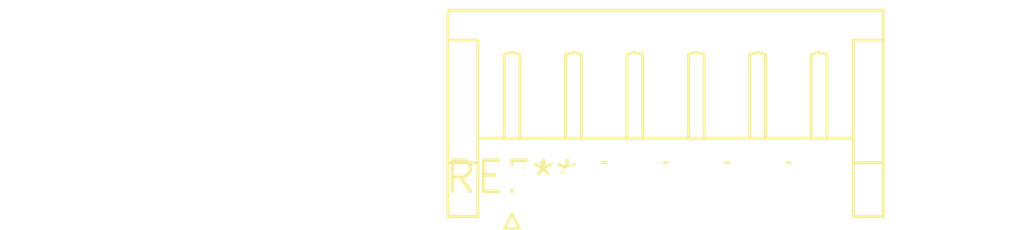
<source format=kicad_pcb>
(kicad_pcb (version 20240108) (generator pcbnew)
  (layers (0 "F.Cu" signal) (31 "B.Cu" signal) (34 "B.Paste" user) (35 "F.Paste" user) (36 "B.SilkS" user "B.Silkscreen") (37 "F.SilkS" user "F.Silkscreen") (38 "B.Mask" user) (39 "F.Mask" user) (44 "Edge.Cuts" user))
  (net 0 "")
  (footprint "JST_EH_S6B-EH_1x06_P2.50mm_Horizontal" (layer "F.Cu") (at 0 0)
    (property "Reference" "REF**")
    (property "Value" "JST_EH_S6B-EH_1x06_P2.50mm_Horizontal")
    (fp_line (start -2.61 -6.81) (end 15.11 -6.81) (layer "F.SilkS") (stroke (width 0.12)))
    (fp_line (start -2.61 -5.59) (end -1.39 -5.59) (layer "F.SilkS") (stroke (width 0.12)))
    (fp_line (start -2.61 1.61) (end -2.61 -6.81) (layer "F.SilkS") (stroke (width 0.12)))
    (fp_line (start -1.39 -5.59) (end -1.39 -0.59) (layer "F.SilkS") (stroke (width 0.12)))
    (fp_line (start -1.39 -1.59) (end 13.89 -1.59) (layer "F.SilkS") (stroke (width 0.12)))
    (fp_line (start -1.39 -0.59) (end -2.61 -0.59) (layer "F.SilkS") (stroke (width 0.12)))
    (fp_line (start -1.39 -0.59) (end -1.39 1.61) (layer "F.SilkS") (stroke (width 0.12)))
    (fp_line (start -1.39 1.61) (end -2.61 1.61) (layer "F.SilkS") (stroke (width 0.12)))
    (fp_line (start -0.32 -5.01) (end 0 -5.09) (layer "F.SilkS") (stroke (width 0.12)))
    (fp_line (start -0.32 -1.59) (end -0.32 -5.01) (layer "F.SilkS") (stroke (width 0.12)))
    (fp_line (start -0.3 2.1) (end 0.3 2.1) (layer "F.SilkS") (stroke (width 0.12)))
    (fp_line (start 0 -5.09) (end 0.32 -5.01) (layer "F.SilkS") (stroke (width 0.12)))
    (fp_line (start 0 -1.59) (end -0.32 -1.59) (layer "F.SilkS") (stroke (width 0.12)))
    (fp_line (start 0 1.5) (end -0.3 2.1) (layer "F.SilkS") (stroke (width 0.12)))
    (fp_line (start 0.3 2.1) (end 0 1.5) (layer "F.SilkS") (stroke (width 0.12)))
    (fp_line (start 0.32 -5.01) (end 0.32 -1.59) (layer "F.SilkS") (stroke (width 0.12)))
    (fp_line (start 0.32 -1.59) (end 0 -1.59) (layer "F.SilkS") (stroke (width 0.12)))
    (fp_line (start 1.17 -0.59) (end 1.33 -0.59) (layer "F.SilkS") (stroke (width 0.12)))
    (fp_line (start 2.18 -5.01) (end 2.5 -5.09) (layer "F.SilkS") (stroke (width 0.12)))
    (fp_line (start 2.18 -1.59) (end 2.18 -5.01) (layer "F.SilkS") (stroke (width 0.12)))
    (fp_line (start 2.5 -5.09) (end 2.82 -5.01) (layer "F.SilkS") (stroke (width 0.12)))
    (fp_line (start 2.5 -1.59) (end 2.18 -1.59) (layer "F.SilkS") (stroke (width 0.12)))
    (fp_line (start 2.82 -5.01) (end 2.82 -1.59) (layer "F.SilkS") (stroke (width 0.12)))
    (fp_line (start 2.82 -1.59) (end 2.5 -1.59) (layer "F.SilkS") (stroke (width 0.12)))
    (fp_line (start 3.67 -0.59) (end 3.83 -0.59) (layer "F.SilkS") (stroke (width 0.12)))
    (fp_line (start 4.68 -5.01) (end 5 -5.09) (layer "F.SilkS") (stroke (width 0.12)))
    (fp_line (start 4.68 -1.59) (end 4.68 -5.01) (layer "F.SilkS") (stroke (width 0.12)))
    (fp_line (start 5 -5.09) (end 5.32 -5.01) (layer "F.SilkS") (stroke (width 0.12)))
    (fp_line (start 5 -1.59) (end 4.68 -1.59) (layer "F.SilkS") (stroke (width 0.12)))
    (fp_line (start 5.32 -5.01) (end 5.32 -1.59) (layer "F.SilkS") (stroke (width 0.12)))
    (fp_line (start 5.32 -1.59) (end 5 -1.59) (layer "F.SilkS") (stroke (width 0.12)))
    (fp_line (start 6.17 -0.59) (end 6.33 -0.59) (layer "F.SilkS") (stroke (width 0.12)))
    (fp_line (start 7.18 -5.01) (end 7.5 -5.09) (layer "F.SilkS") (stroke (width 0.12)))
    (fp_line (start 7.18 -1.59) (end 7.18 -5.01) (layer "F.SilkS") (stroke (width 0.12)))
    (fp_line (start 7.5 -5.09) (end 7.82 -5.01) (layer "F.SilkS") (stroke (width 0.12)))
    (fp_line (start 7.5 -1.59) (end 7.18 -1.59) (layer "F.SilkS") (stroke (width 0.12)))
    (fp_line (start 7.82 -5.01) (end 7.82 -1.59) (layer "F.SilkS") (stroke (width 0.12)))
    (fp_line (start 7.82 -1.59) (end 7.5 -1.59) (layer "F.SilkS") (stroke (width 0.12)))
    (fp_line (start 8.67 -0.59) (end 8.83 -0.59) (layer "F.SilkS") (stroke (width 0.12)))
    (fp_line (start 9.68 -5.01) (end 10 -5.09) (layer "F.SilkS") (stroke (width 0.12)))
    (fp_line (start 9.68 -1.59) (end 9.68 -5.01) (layer "F.SilkS") (stroke (width 0.12)))
    (fp_line (start 10 -5.09) (end 10.32 -5.01) (layer "F.SilkS") (stroke (width 0.12)))
    (fp_line (start 10 -1.59) (end 9.68 -1.59) (layer "F.SilkS") (stroke (width 0.12)))
    (fp_line (start 10.32 -5.01) (end 10.32 -1.59) (layer "F.SilkS") (stroke (width 0.12)))
    (fp_line (start 10.32 -1.59) (end 10 -1.59) (layer "F.SilkS") (stroke (width 0.12)))
    (fp_line (start 11.17 -0.59) (end 11.33 -0.59) (layer "F.SilkS") (stroke (width 0.12)))
    (fp_line (start 12.18 -5.01) (end 12.5 -5.09) (layer "F.SilkS") (stroke (width 0.12)))
    (fp_line (start 12.18 -1.59) (end 12.18 -5.01) (layer "F.SilkS") (stroke (width 0.12)))
    (fp_line (start 12.5 -5.09) (end 12.82 -5.01) (layer "F.SilkS") (stroke (width 0.12)))
    (fp_line (start 12.5 -1.59) (end 12.18 -1.59) (layer "F.SilkS") (stroke (width 0.12)))
    (fp_line (start 12.82 -5.01) (end 12.82 -1.59) (layer "F.SilkS") (stroke (width 0.12)))
    (fp_line (start 12.82 -1.59) (end 12.5 -1.59) (layer "F.SilkS") (stroke (width 0.12)))
    (fp_line (start 13.89 -5.59) (end 13.89 -0.59) (layer "F.SilkS") (stroke (width 0.12)))
    (fp_line (start 13.89 -0.59) (end 15.11 -0.59) (layer "F.SilkS") (stroke (width 0.12)))
    (fp_line (start 13.89 1.61) (end 13.89 -0.59) (layer "F.SilkS") (stroke (width 0.12)))
    (fp_line (start 15.11 -6.81) (end 15.11 1.61) (layer "F.SilkS") (stroke (width 0.12)))
    (fp_line (start 15.11 -5.59) (end 13.89 -5.59) (layer "F.SilkS") (stroke (width 0.12)))
    (fp_line (start 15.11 1.61) (end 13.89 1.61) (layer "F.SilkS") (stroke (width 0.12)))
    (pad "1" thru_hole roundrect (at 0 0) (size 1.7 1.95) (drill 0.95) (layers *.Cu *.Mask) (remove_unused_layers) (roundrect_rratio 0.147059))
    (pad "2" thru_hole oval (at 2.5 0) (size 1.7 1.95) (drill 0.95) (layers *.Cu *.Mask) (remove_unused_layers))
    (pad "3" thru_hole oval (at 5 0) (size 1.7 1.95) (drill 0.95) (layers *.Cu *.Mask) (remove_unused_layers))
    (pad "4" thru_hole oval (at 7.5 0) (size 1.7 1.95) (drill 0.95) (layers *.Cu *.Mask) (remove_unused_layers))
    (pad "5" thru_hole oval (at 10 0) (size 1.7 1.95) (drill 0.95) (layers *.Cu *.Mask) (remove_unused_layers))
    (pad "6" thru_hole oval (at 12.5 0) (size 1.7 1.95) (drill 0.95) (layers *.Cu *.Mask) (remove_unused_layers))
  )
)
</source>
